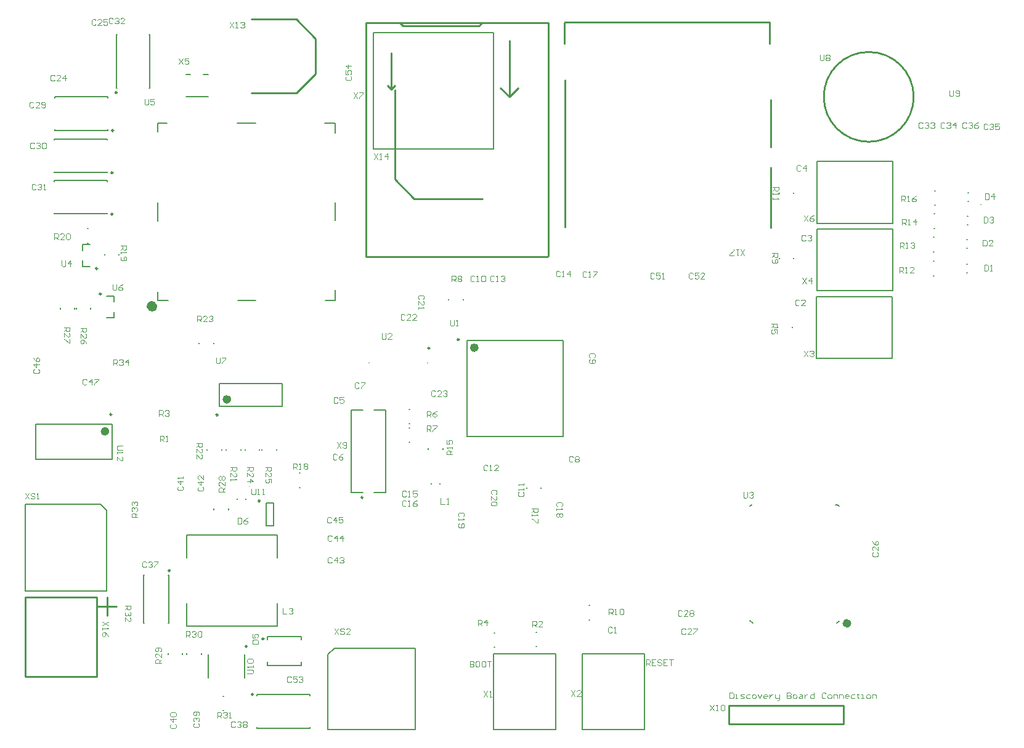
<source format=gto>
G04 Layer_Color=65535*
%FSLAX44Y44*%
%MOMM*%
G71*
G01*
G75*
%ADD54C,0.2500*%
%ADD73C,0.1000*%
%ADD74C,0.6000*%
%ADD75C,1.0000*%
%ADD76C,0.2540*%
%ADD77C,0.2000*%
D54*
X1531000Y1516000D02*
G03*
X1531000Y1516000I-1250J0D01*
G01*
X1604000Y858500D02*
G03*
X1604000Y858500I-1250J0D01*
G01*
X1718250Y688250D02*
G03*
X1718250Y688250I-1250J0D01*
G01*
X1732750Y764750D02*
G03*
X1732750Y764750I-1250J0D01*
G01*
X2001000Y1176250D02*
G03*
X2001000Y1176250I-1250J0D01*
G01*
X1504250Y1274000D02*
G03*
X1504250Y1274000I-1250J0D01*
G01*
X1669650Y1072750D02*
G03*
X1669650Y1072750I-1250J0D01*
G01*
X1709800Y754250D02*
G03*
X1709800Y754250I-1250J0D01*
G01*
X1727500Y954250D02*
G03*
X1727500Y954250I-1250J0D01*
G01*
X1960750Y1164500D02*
G03*
X1960750Y1164500I-1250J0D01*
G01*
X1526250Y1463750D02*
G03*
X1526250Y1463750I-1250J0D01*
G01*
X1525250Y1405750D02*
G03*
X1525250Y1405750I-1250J0D01*
G01*
Y1348750D02*
G03*
X1525250Y1348750I-1250J0D01*
G01*
X1509250Y1239000D02*
G03*
X1509250Y1239000I-1250J0D01*
G01*
X1523750Y1073250D02*
G03*
X1523750Y1073250I-1250J0D01*
G01*
X1869000Y959000D02*
G03*
X1869000Y959000I-1250J0D01*
G01*
D73*
X2716500Y1264000D02*
G03*
X2716500Y1264000I-500J0D01*
G01*
X2716500Y1298000D02*
G03*
X2716500Y1298000I-500J0D01*
G01*
X2717500Y1330000D02*
G03*
X2717500Y1330000I-500J0D01*
G01*
X2718500Y1362000D02*
G03*
X2718500Y1362000I-500J0D01*
G01*
X1712500Y974000D02*
G03*
X1712500Y974000I-500J0D01*
G01*
X1959500Y961000D02*
G03*
X1959500Y961000I-500J0D01*
G01*
X2373000Y690663D02*
Y682666D01*
X2376999D01*
X2378332Y683999D01*
Y689330D01*
X2376999Y690663D01*
X2373000D01*
X2380997Y682666D02*
X2383663D01*
X2382330D01*
Y687997D01*
X2380997D01*
X2387662Y682666D02*
X2391661D01*
X2392993Y683999D01*
X2391661Y685332D01*
X2388995D01*
X2387662Y686665D01*
X2388995Y687997D01*
X2392993D01*
X2400991D02*
X2396992D01*
X2395659Y686665D01*
Y683999D01*
X2396992Y682666D01*
X2400991D01*
X2404990D02*
X2407655D01*
X2408988Y683999D01*
Y686665D01*
X2407655Y687997D01*
X2404990D01*
X2403657Y686665D01*
Y683999D01*
X2404990Y682666D01*
X2411654Y687997D02*
X2414320Y682666D01*
X2416986Y687997D01*
X2423650Y682666D02*
X2420984D01*
X2419652Y683999D01*
Y686665D01*
X2420984Y687997D01*
X2423650D01*
X2424983Y686665D01*
Y685332D01*
X2419652D01*
X2427649Y687997D02*
Y682666D01*
Y685332D01*
X2428982Y686665D01*
X2430315Y687997D01*
X2431648D01*
X2435646D02*
Y683999D01*
X2436979Y682666D01*
X2440978D01*
Y681333D01*
X2439645Y680000D01*
X2438312D01*
X2440978Y682666D02*
Y687997D01*
X2451641Y690663D02*
Y682666D01*
X2455640D01*
X2456973Y683999D01*
Y685332D01*
X2455640Y686665D01*
X2451641D01*
X2455640D01*
X2456973Y687997D01*
Y689330D01*
X2455640Y690663D01*
X2451641D01*
X2460972Y682666D02*
X2463637D01*
X2464970Y683999D01*
Y686665D01*
X2463637Y687997D01*
X2460972D01*
X2459639Y686665D01*
Y683999D01*
X2460972Y682666D01*
X2468969Y687997D02*
X2471635D01*
X2472968Y686665D01*
Y682666D01*
X2468969D01*
X2467636Y683999D01*
X2468969Y685332D01*
X2472968D01*
X2475634Y687997D02*
Y682666D01*
Y685332D01*
X2476966Y686665D01*
X2478299Y687997D01*
X2479632D01*
X2488963Y690663D02*
Y682666D01*
X2484964D01*
X2483631Y683999D01*
Y686665D01*
X2484964Y687997D01*
X2488963D01*
X2504957Y689330D02*
X2503625Y690663D01*
X2500959D01*
X2499626Y689330D01*
Y683999D01*
X2500959Y682666D01*
X2503625D01*
X2504957Y683999D01*
X2508956Y682666D02*
X2511622D01*
X2512955Y683999D01*
Y686665D01*
X2511622Y687997D01*
X2508956D01*
X2507623Y686665D01*
Y683999D01*
X2508956Y682666D01*
X2515621D02*
Y687997D01*
X2519619D01*
X2520952Y686665D01*
Y682666D01*
X2523618D02*
Y687997D01*
X2527617D01*
X2528950Y686665D01*
Y682666D01*
X2535614D02*
X2532948D01*
X2531615Y683999D01*
Y686665D01*
X2532948Y687997D01*
X2535614D01*
X2536947Y686665D01*
Y685332D01*
X2531615D01*
X2544944Y687997D02*
X2540946D01*
X2539613Y686665D01*
Y683999D01*
X2540946Y682666D01*
X2544944D01*
X2548943Y689330D02*
Y687997D01*
X2547610D01*
X2550276D01*
X2548943D01*
Y683999D01*
X2550276Y682666D01*
X2554275D02*
X2556941D01*
X2555608D01*
Y687997D01*
X2554275D01*
X2562272Y682666D02*
X2564938D01*
X2566271Y683999D01*
Y686665D01*
X2564938Y687997D01*
X2562272D01*
X2560939Y686665D01*
Y683999D01*
X2562272Y682666D01*
X2568937D02*
Y687997D01*
X2572935D01*
X2574268Y686665D01*
Y682666D01*
X1559000Y932000D02*
X1551003D01*
Y935999D01*
X1552336Y937332D01*
X1555001D01*
X1556334Y935999D01*
Y932000D01*
Y934666D02*
X1559000Y937332D01*
X1552336Y939997D02*
X1551003Y941330D01*
Y943996D01*
X1552336Y945329D01*
X1553668D01*
X1555001Y943996D01*
Y942663D01*
Y943996D01*
X1556334Y945329D01*
X1557667D01*
X1559000Y943996D01*
Y941330D01*
X1557667Y939997D01*
X1552336Y947995D02*
X1551003Y949328D01*
Y951993D01*
X1552336Y953326D01*
X1553668D01*
X1555001Y951993D01*
Y950661D01*
Y951993D01*
X1556334Y953326D01*
X1557667D01*
X1559000Y951993D01*
Y949328D01*
X1557667Y947995D01*
X1526000Y1141000D02*
Y1148997D01*
X1529999D01*
X1531332Y1147664D01*
Y1144999D01*
X1529999Y1143666D01*
X1526000D01*
X1528666D02*
X1531332Y1141000D01*
X1533997Y1147664D02*
X1535330Y1148997D01*
X1537996D01*
X1539329Y1147664D01*
Y1146332D01*
X1537996Y1144999D01*
X1536663D01*
X1537996D01*
X1539329Y1143666D01*
Y1142333D01*
X1537996Y1141000D01*
X1535330D01*
X1533997Y1142333D01*
X1545994Y1141000D02*
Y1148997D01*
X1541995Y1144999D01*
X1547326D01*
X1830000Y778997D02*
X1835332Y771000D01*
Y778997D02*
X1830000Y771000D01*
X1843329Y777664D02*
X1841996Y778997D01*
X1839330D01*
X1837997Y777664D01*
Y776332D01*
X1839330Y774999D01*
X1841996D01*
X1843329Y773666D01*
Y772333D01*
X1841996Y771000D01*
X1839330D01*
X1837997Y772333D01*
X1851326Y771000D02*
X1845995D01*
X1851326Y776332D01*
Y777664D01*
X1849994Y778997D01*
X1847328D01*
X1845995Y777664D01*
X1525268Y1617278D02*
X1523935Y1618611D01*
X1521269D01*
X1519936Y1617278D01*
Y1611947D01*
X1521269Y1610614D01*
X1523935D01*
X1525268Y1611947D01*
X1527933Y1617278D02*
X1529266Y1618611D01*
X1531932D01*
X1533265Y1617278D01*
Y1615946D01*
X1531932Y1614613D01*
X1530599D01*
X1531932D01*
X1533265Y1613280D01*
Y1611947D01*
X1531932Y1610614D01*
X1529266D01*
X1527933Y1611947D01*
X1541262Y1610614D02*
X1535931D01*
X1541262Y1615946D01*
Y1617278D01*
X1539930Y1618611D01*
X1537264D01*
X1535931Y1617278D01*
X1419332Y1388665D02*
X1417999Y1389997D01*
X1415333D01*
X1414000Y1388665D01*
Y1383333D01*
X1415333Y1382000D01*
X1417999D01*
X1419332Y1383333D01*
X1421997Y1388665D02*
X1423330Y1389997D01*
X1425996D01*
X1427329Y1388665D01*
Y1387332D01*
X1425996Y1385999D01*
X1424663D01*
X1425996D01*
X1427329Y1384666D01*
Y1383333D01*
X1425996Y1382000D01*
X1423330D01*
X1421997Y1383333D01*
X1429995Y1382000D02*
X1432661D01*
X1431328D01*
Y1389997D01*
X1429995Y1388665D01*
X1417332Y1445665D02*
X1415999Y1446997D01*
X1413333D01*
X1412000Y1445665D01*
Y1440333D01*
X1413333Y1439000D01*
X1415999D01*
X1417332Y1440333D01*
X1419997Y1445665D02*
X1421330Y1446997D01*
X1423996D01*
X1425329Y1445665D01*
Y1444332D01*
X1423996Y1442999D01*
X1422663D01*
X1423996D01*
X1425329Y1441666D01*
Y1440333D01*
X1423996Y1439000D01*
X1421330D01*
X1419997Y1440333D01*
X1427995Y1445665D02*
X1429328Y1446997D01*
X1431994D01*
X1433326Y1445665D01*
Y1440333D01*
X1431994Y1439000D01*
X1429328D01*
X1427995Y1440333D01*
Y1445665D01*
X1416332Y1501664D02*
X1414999Y1502997D01*
X1412333D01*
X1411000Y1501664D01*
Y1496333D01*
X1412333Y1495000D01*
X1414999D01*
X1416332Y1496333D01*
X1424329Y1495000D02*
X1418997D01*
X1424329Y1500332D01*
Y1501664D01*
X1422996Y1502997D01*
X1420330D01*
X1418997Y1501664D01*
X1426995Y1496333D02*
X1428328Y1495000D01*
X1430994D01*
X1432326Y1496333D01*
Y1501664D01*
X1430994Y1502997D01*
X1428328D01*
X1426995Y1501664D01*
Y1500332D01*
X1428328Y1498999D01*
X1432326D01*
X2322332Y1266665D02*
X2320999Y1267997D01*
X2318333D01*
X2317000Y1266665D01*
Y1261333D01*
X2318333Y1260000D01*
X2320999D01*
X2322332Y1261333D01*
X2330329Y1267997D02*
X2324997D01*
Y1263999D01*
X2327663Y1265332D01*
X2328996D01*
X2330329Y1263999D01*
Y1261333D01*
X2328996Y1260000D01*
X2326330D01*
X2324997Y1261333D01*
X2338326Y1260000D02*
X2332995D01*
X2338326Y1265332D01*
Y1266665D01*
X2336994Y1267997D01*
X2334328D01*
X2332995Y1266665D01*
X2269332D02*
X2267999Y1267997D01*
X2265333D01*
X2264000Y1266665D01*
Y1261333D01*
X2265333Y1260000D01*
X2267999D01*
X2269332Y1261333D01*
X2277329Y1267997D02*
X2271997D01*
Y1263999D01*
X2274663Y1265332D01*
X2275996D01*
X2277329Y1263999D01*
Y1261333D01*
X2275996Y1260000D01*
X2273330D01*
X2271997Y1261333D01*
X2279995Y1260000D02*
X2282661D01*
X2281328D01*
Y1267997D01*
X2279995Y1266665D01*
X1542000Y810000D02*
X1549997D01*
Y806001D01*
X1548665Y804668D01*
X1545999D01*
X1544666Y806001D01*
Y810000D01*
Y807334D02*
X1542000Y804668D01*
X1548665Y802003D02*
X1549997Y800670D01*
Y798004D01*
X1548665Y796671D01*
X1547332D01*
X1545999Y798004D01*
Y799337D01*
Y798004D01*
X1544666Y796671D01*
X1543333D01*
X1542000Y798004D01*
Y800670D01*
X1543333Y802003D01*
X1542000Y788674D02*
Y794005D01*
X1547332Y788674D01*
X1548665D01*
X1549997Y790006D01*
Y792672D01*
X1548665Y794005D01*
X2211332Y779665D02*
X2209999Y780997D01*
X2207333D01*
X2206000Y779665D01*
Y774333D01*
X2207333Y773000D01*
X2209999D01*
X2211332Y774333D01*
X2213997Y773000D02*
X2216663D01*
X2215330D01*
Y780997D01*
X2213997Y779665D01*
X2468624Y1229675D02*
X2467291Y1231007D01*
X2464625D01*
X2463292Y1229675D01*
Y1224343D01*
X2464625Y1223010D01*
X2467291D01*
X2468624Y1224343D01*
X2476621Y1223010D02*
X2471289D01*
X2476621Y1228342D01*
Y1229675D01*
X2475288Y1231007D01*
X2472622D01*
X2471289Y1229675D01*
X2477332Y1318665D02*
X2475999Y1319997D01*
X2473333D01*
X2472000Y1318665D01*
Y1313333D01*
X2473333Y1312000D01*
X2475999D01*
X2477332Y1313333D01*
X2479997Y1318665D02*
X2481330Y1319997D01*
X2483996D01*
X2485329Y1318665D01*
Y1317332D01*
X2483996Y1315999D01*
X2482663D01*
X2483996D01*
X2485329Y1314666D01*
Y1313333D01*
X2483996Y1312000D01*
X2481330D01*
X2479997Y1313333D01*
X2470656Y1414586D02*
X2469323Y1415919D01*
X2466657D01*
X2465324Y1414586D01*
Y1409255D01*
X2466657Y1407922D01*
X2469323D01*
X2470656Y1409255D01*
X2477320Y1407922D02*
Y1415919D01*
X2473321Y1411921D01*
X2478653D01*
X1834332Y1095665D02*
X1832999Y1096997D01*
X1830333D01*
X1829000Y1095665D01*
Y1090333D01*
X1830333Y1089000D01*
X1832999D01*
X1834332Y1090333D01*
X1842329Y1096997D02*
X1836997D01*
Y1092999D01*
X1839663Y1094332D01*
X1840996D01*
X1842329Y1092999D01*
Y1090333D01*
X1840996Y1089000D01*
X1838330D01*
X1836997Y1090333D01*
X1833332Y1017664D02*
X1831999Y1018997D01*
X1829333D01*
X1828000Y1017664D01*
Y1012333D01*
X1829333Y1011000D01*
X1831999D01*
X1833332Y1012333D01*
X1841329Y1018997D02*
X1838663Y1017664D01*
X1835997Y1014999D01*
Y1012333D01*
X1837330Y1011000D01*
X1839996D01*
X1841329Y1012333D01*
Y1013666D01*
X1839996Y1014999D01*
X1835997D01*
X1863332Y1115665D02*
X1861999Y1116997D01*
X1859333D01*
X1858000Y1115665D01*
Y1110333D01*
X1859333Y1109000D01*
X1861999D01*
X1863332Y1110333D01*
X1865997Y1116997D02*
X1871329D01*
Y1115665D01*
X1865997Y1110333D01*
Y1109000D01*
X2157728Y1014537D02*
X2156395Y1015869D01*
X2153729D01*
X2152396Y1014537D01*
Y1009205D01*
X2153729Y1007872D01*
X2156395D01*
X2157728Y1009205D01*
X2160393Y1014537D02*
X2161726Y1015869D01*
X2164392D01*
X2165725Y1014537D01*
Y1013204D01*
X2164392Y1011871D01*
X2165725Y1010538D01*
Y1009205D01*
X2164392Y1007872D01*
X2161726D01*
X2160393Y1009205D01*
Y1010538D01*
X2161726Y1011871D01*
X2160393Y1013204D01*
Y1014537D01*
X2161726Y1011871D02*
X2164392D01*
X2186664Y1151668D02*
X2187997Y1153001D01*
Y1155667D01*
X2186664Y1157000D01*
X2181333D01*
X2180000Y1155667D01*
Y1153001D01*
X2181333Y1151668D01*
Y1149003D02*
X2180000Y1147670D01*
Y1145004D01*
X2181333Y1143671D01*
X2186664D01*
X2187997Y1145004D01*
Y1147670D01*
X2186664Y1149003D01*
X2185332D01*
X2183999Y1147670D01*
Y1143671D01*
X2022332Y1262664D02*
X2020999Y1263997D01*
X2018333D01*
X2017000Y1262664D01*
Y1257333D01*
X2018333Y1256000D01*
X2020999D01*
X2022332Y1257333D01*
X2024997Y1256000D02*
X2027663D01*
X2026330D01*
Y1263997D01*
X2024997Y1262664D01*
X2031662D02*
X2032995Y1263997D01*
X2035661D01*
X2036994Y1262664D01*
Y1257333D01*
X2035661Y1256000D01*
X2032995D01*
X2031662Y1257333D01*
Y1262664D01*
X2083336Y966332D02*
X2082003Y964999D01*
Y962333D01*
X2083336Y961000D01*
X2088667D01*
X2090000Y962333D01*
Y964999D01*
X2088667Y966332D01*
X2090000Y968997D02*
Y971663D01*
Y970330D01*
X2082003D01*
X2083336Y968997D01*
X2090000Y975662D02*
Y978328D01*
Y976995D01*
X2082003D01*
X2083336Y975662D01*
X2040332Y1002664D02*
X2038999Y1003997D01*
X2036333D01*
X2035000Y1002664D01*
Y997333D01*
X2036333Y996000D01*
X2038999D01*
X2040332Y997333D01*
X2042997Y996000D02*
X2045663D01*
X2044330D01*
Y1003997D01*
X2042997Y1002664D01*
X2054994Y996000D02*
X2049662D01*
X2054994Y1001332D01*
Y1002664D01*
X2053661Y1003997D01*
X2050995D01*
X2049662Y1002664D01*
X2049332Y1262664D02*
X2047999Y1263997D01*
X2045333D01*
X2044000Y1262664D01*
Y1257333D01*
X2045333Y1256000D01*
X2047999D01*
X2049332Y1257333D01*
X2051997Y1256000D02*
X2054663D01*
X2053330D01*
Y1263997D01*
X2051997Y1262664D01*
X2058662D02*
X2059995Y1263997D01*
X2062661D01*
X2063994Y1262664D01*
Y1261332D01*
X2062661Y1259999D01*
X2061328D01*
X2062661D01*
X2063994Y1258666D01*
Y1257333D01*
X2062661Y1256000D01*
X2059995D01*
X2058662Y1257333D01*
X2139694Y1269298D02*
X2138361Y1270631D01*
X2135695D01*
X2134362Y1269298D01*
Y1263967D01*
X2135695Y1262634D01*
X2138361D01*
X2139694Y1263967D01*
X2142359Y1262634D02*
X2145025D01*
X2143692D01*
Y1270631D01*
X2142359Y1269298D01*
X2153023Y1262634D02*
Y1270631D01*
X2149024Y1266633D01*
X2154356D01*
X1928332Y966665D02*
X1926999Y967997D01*
X1924333D01*
X1923000Y966665D01*
Y961333D01*
X1924333Y960000D01*
X1926999D01*
X1928332Y961333D01*
X1930997Y960000D02*
X1933663D01*
X1932330D01*
Y967997D01*
X1930997Y966665D01*
X1942993Y967997D02*
X1937662D01*
Y963999D01*
X1940328Y965332D01*
X1941661D01*
X1942993Y963999D01*
Y961333D01*
X1941661Y960000D01*
X1938995D01*
X1937662Y961333D01*
X1928332Y953664D02*
X1926999Y954997D01*
X1924333D01*
X1923000Y953664D01*
Y948333D01*
X1924333Y947000D01*
X1926999D01*
X1928332Y948333D01*
X1930997Y947000D02*
X1933663D01*
X1932330D01*
Y954997D01*
X1930997Y953664D01*
X1942993Y954997D02*
X1940328Y953664D01*
X1937662Y950999D01*
Y948333D01*
X1938995Y947000D01*
X1941661D01*
X1942993Y948333D01*
Y949666D01*
X1941661Y950999D01*
X1937662D01*
X2176332Y1268664D02*
X2174999Y1269997D01*
X2172333D01*
X2171000Y1268664D01*
Y1263333D01*
X2172333Y1262000D01*
X2174999D01*
X2176332Y1263333D01*
X2178997Y1262000D02*
X2181663D01*
X2180330D01*
Y1269997D01*
X2178997Y1268664D01*
X2185662Y1269997D02*
X2190994D01*
Y1268664D01*
X2185662Y1263333D01*
Y1262000D01*
X2141664Y946668D02*
X2142997Y948001D01*
Y950667D01*
X2141664Y952000D01*
X2136333D01*
X2135000Y950667D01*
Y948001D01*
X2136333Y946668D01*
X2135000Y944003D02*
Y941337D01*
Y942670D01*
X2142997D01*
X2141664Y944003D01*
Y937338D02*
X2142997Y936005D01*
Y933339D01*
X2141664Y932006D01*
X2140332D01*
X2138999Y933339D01*
X2137666Y932006D01*
X2136333D01*
X2135000Y933339D01*
Y936005D01*
X2136333Y937338D01*
X2137666D01*
X2138999Y936005D01*
X2140332Y937338D01*
X2141664D01*
X2138999Y936005D02*
Y933339D01*
X2006664Y932668D02*
X2007997Y934001D01*
Y936667D01*
X2006664Y938000D01*
X2001333D01*
X2000000Y936667D01*
Y934001D01*
X2001333Y932668D01*
X2000000Y930003D02*
Y927337D01*
Y928670D01*
X2007997D01*
X2006664Y930003D01*
X2001333Y923338D02*
X2000000Y922005D01*
Y919339D01*
X2001333Y918006D01*
X2006664D01*
X2007997Y919339D01*
Y922005D01*
X2006664Y923338D01*
X2005332D01*
X2003999Y922005D01*
Y918006D01*
X2051664Y963668D02*
X2052997Y965001D01*
Y967667D01*
X2051664Y969000D01*
X2046333D01*
X2045000Y967667D01*
Y965001D01*
X2046333Y963668D01*
X2045000Y955671D02*
Y961003D01*
X2050332Y955671D01*
X2051664D01*
X2052997Y957004D01*
Y959670D01*
X2051664Y961003D01*
Y953005D02*
X2052997Y951672D01*
Y949006D01*
X2051664Y947673D01*
X2046333D01*
X2045000Y949006D01*
Y951672D01*
X2046333Y953005D01*
X2051664D01*
X1951664Y1231668D02*
X1952997Y1233001D01*
Y1235667D01*
X1951664Y1237000D01*
X1946333D01*
X1945000Y1235667D01*
Y1233001D01*
X1946333Y1231668D01*
X1945000Y1223671D02*
Y1229003D01*
X1950332Y1223671D01*
X1951664D01*
X1952997Y1225004D01*
Y1227670D01*
X1951664Y1229003D01*
X1945000Y1221005D02*
Y1218339D01*
Y1219672D01*
X1952997D01*
X1951664Y1221005D01*
X1926332Y1209665D02*
X1924999Y1210997D01*
X1922333D01*
X1921000Y1209665D01*
Y1204333D01*
X1922333Y1203000D01*
X1924999D01*
X1926332Y1204333D01*
X1934329Y1203000D02*
X1928997D01*
X1934329Y1208332D01*
Y1209665D01*
X1932996Y1210997D01*
X1930330D01*
X1928997Y1209665D01*
X1942326Y1203000D02*
X1936995D01*
X1942326Y1208332D01*
Y1209665D01*
X1940994Y1210997D01*
X1938328D01*
X1936995Y1209665D01*
X1968332Y1104665D02*
X1966999Y1105997D01*
X1964333D01*
X1963000Y1104665D01*
Y1099333D01*
X1964333Y1098000D01*
X1966999D01*
X1968332Y1099333D01*
X1976329Y1098000D02*
X1970997D01*
X1976329Y1103332D01*
Y1104665D01*
X1974996Y1105997D01*
X1972330D01*
X1970997Y1104665D01*
X1978995D02*
X1980328Y1105997D01*
X1982993D01*
X1984326Y1104665D01*
Y1103332D01*
X1982993Y1101999D01*
X1981661D01*
X1982993D01*
X1984326Y1100666D01*
Y1099333D01*
X1982993Y1098000D01*
X1980328D01*
X1978995Y1099333D01*
X2570335Y883332D02*
X2569003Y881999D01*
Y879333D01*
X2570335Y878000D01*
X2575667D01*
X2577000Y879333D01*
Y881999D01*
X2575667Y883332D01*
X2577000Y891329D02*
Y885997D01*
X2571668Y891329D01*
X2570335D01*
X2569003Y889996D01*
Y887330D01*
X2570335Y885997D01*
X2569003Y899326D02*
X2570335Y896661D01*
X2573001Y893995D01*
X2575667D01*
X2577000Y895328D01*
Y897994D01*
X2575667Y899326D01*
X2574334D01*
X2573001Y897994D01*
Y893995D01*
X2312332Y777664D02*
X2310999Y778997D01*
X2308333D01*
X2307000Y777664D01*
Y772333D01*
X2308333Y771000D01*
X2310999D01*
X2312332Y772333D01*
X2320329Y771000D02*
X2314997D01*
X2320329Y776332D01*
Y777664D01*
X2318996Y778997D01*
X2316330D01*
X2314997Y777664D01*
X2322995Y778997D02*
X2328327D01*
Y777664D01*
X2322995Y772333D01*
Y771000D01*
X2307332Y802664D02*
X2305999Y803997D01*
X2303333D01*
X2302000Y802664D01*
Y797333D01*
X2303333Y796000D01*
X2305999D01*
X2307332Y797333D01*
X2315329Y796000D02*
X2309997D01*
X2315329Y801332D01*
Y802664D01*
X2313996Y803997D01*
X2311330D01*
X2309997Y802664D01*
X2317995D02*
X2319328Y803997D01*
X2321994D01*
X2323326Y802664D01*
Y801332D01*
X2321994Y799999D01*
X2323326Y798666D01*
Y797333D01*
X2321994Y796000D01*
X2319328D01*
X2317995Y797333D01*
Y798666D01*
X2319328Y799999D01*
X2317995Y801332D01*
Y802664D01*
X2319328Y799999D02*
X2321994D01*
X2638332Y1473665D02*
X2636999Y1474997D01*
X2634333D01*
X2633000Y1473665D01*
Y1468333D01*
X2634333Y1467000D01*
X2636999D01*
X2638332Y1468333D01*
X2640997Y1473665D02*
X2642330Y1474997D01*
X2644996D01*
X2646329Y1473665D01*
Y1472332D01*
X2644996Y1470999D01*
X2643663D01*
X2644996D01*
X2646329Y1469666D01*
Y1468333D01*
X2644996Y1467000D01*
X2642330D01*
X2640997Y1468333D01*
X2648995Y1473665D02*
X2650328Y1474997D01*
X2652993D01*
X2654326Y1473665D01*
Y1472332D01*
X2652993Y1470999D01*
X2651660D01*
X2652993D01*
X2654326Y1469666D01*
Y1468333D01*
X2652993Y1467000D01*
X2650328D01*
X2648995Y1468333D01*
X2668332Y1473665D02*
X2666999Y1474997D01*
X2664333D01*
X2663000Y1473665D01*
Y1468333D01*
X2664333Y1467000D01*
X2666999D01*
X2668332Y1468333D01*
X2670997Y1473665D02*
X2672330Y1474997D01*
X2674996D01*
X2676329Y1473665D01*
Y1472332D01*
X2674996Y1470999D01*
X2673663D01*
X2674996D01*
X2676329Y1469666D01*
Y1468333D01*
X2674996Y1467000D01*
X2672330D01*
X2670997Y1468333D01*
X2682993Y1467000D02*
Y1474997D01*
X2678995Y1470999D01*
X2684326D01*
X2727332Y1471664D02*
X2725999Y1472997D01*
X2723333D01*
X2722000Y1471664D01*
Y1466333D01*
X2723333Y1465000D01*
X2725999D01*
X2727332Y1466333D01*
X2729997Y1471664D02*
X2731330Y1472997D01*
X2733996D01*
X2735329Y1471664D01*
Y1470332D01*
X2733996Y1468999D01*
X2732663D01*
X2733996D01*
X2735329Y1467666D01*
Y1466333D01*
X2733996Y1465000D01*
X2731330D01*
X2729997Y1466333D01*
X2743326Y1472997D02*
X2737995D01*
Y1468999D01*
X2740661Y1470332D01*
X2741994D01*
X2743326Y1468999D01*
Y1466333D01*
X2741994Y1465000D01*
X2739328D01*
X2737995Y1466333D01*
X2698332Y1473665D02*
X2696999Y1474997D01*
X2694333D01*
X2693000Y1473665D01*
Y1468333D01*
X2694333Y1467000D01*
X2696999D01*
X2698332Y1468333D01*
X2700997Y1473665D02*
X2702330Y1474997D01*
X2704996D01*
X2706329Y1473665D01*
Y1472332D01*
X2704996Y1470999D01*
X2703663D01*
X2704996D01*
X2706329Y1469666D01*
Y1468333D01*
X2704996Y1467000D01*
X2702330D01*
X2700997Y1468333D01*
X2714326Y1474997D02*
X2711660Y1473665D01*
X2708995Y1470999D01*
Y1468333D01*
X2710328Y1467000D01*
X2712993D01*
X2714326Y1468333D01*
Y1469666D01*
X2712993Y1470999D01*
X2708995D01*
X1571332Y869665D02*
X1569999Y870997D01*
X1567333D01*
X1566000Y869665D01*
Y864333D01*
X1567333Y863000D01*
X1569999D01*
X1571332Y864333D01*
X1573997Y869665D02*
X1575330Y870997D01*
X1577996D01*
X1579329Y869665D01*
Y868332D01*
X1577996Y866999D01*
X1576663D01*
X1577996D01*
X1579329Y865666D01*
Y864333D01*
X1577996Y863000D01*
X1575330D01*
X1573997Y864333D01*
X1581995Y870997D02*
X1587326D01*
Y869665D01*
X1581995Y864333D01*
Y863000D01*
X1693332Y649665D02*
X1691999Y650997D01*
X1689333D01*
X1688000Y649665D01*
Y644333D01*
X1689333Y643000D01*
X1691999D01*
X1693332Y644333D01*
X1695997Y649665D02*
X1697330Y650997D01*
X1699996D01*
X1701329Y649665D01*
Y648332D01*
X1699996Y646999D01*
X1698663D01*
X1699996D01*
X1701329Y645666D01*
Y644333D01*
X1699996Y643000D01*
X1697330D01*
X1695997Y644333D01*
X1703995Y649665D02*
X1705328Y650997D01*
X1707994D01*
X1709326Y649665D01*
Y648332D01*
X1707994Y646999D01*
X1709326Y645666D01*
Y644333D01*
X1707994Y643000D01*
X1705328D01*
X1703995Y644333D01*
Y645666D01*
X1705328Y646999D01*
X1703995Y648332D01*
Y649665D01*
X1705328Y646999D02*
X1707994D01*
X1637336Y648332D02*
X1636003Y646999D01*
Y644333D01*
X1637336Y643000D01*
X1642667D01*
X1644000Y644333D01*
Y646999D01*
X1642667Y648332D01*
X1637336Y650997D02*
X1636003Y652330D01*
Y654996D01*
X1637336Y656329D01*
X1638668D01*
X1640001Y654996D01*
Y653663D01*
Y654996D01*
X1641334Y656329D01*
X1642667D01*
X1644000Y654996D01*
Y652330D01*
X1642667Y650997D01*
Y658995D02*
X1644000Y660328D01*
Y662993D01*
X1642667Y664326D01*
X1637336D01*
X1636003Y662993D01*
Y660328D01*
X1637336Y658995D01*
X1638668D01*
X1640001Y660328D01*
Y664326D01*
X1605336Y647332D02*
X1604003Y645999D01*
Y643333D01*
X1605336Y642000D01*
X1610667D01*
X1612000Y643333D01*
Y645999D01*
X1610667Y647332D01*
X1612000Y653996D02*
X1604003D01*
X1608001Y649997D01*
Y655329D01*
X1605336Y657995D02*
X1604003Y659328D01*
Y661993D01*
X1605336Y663326D01*
X1610667D01*
X1612000Y661993D01*
Y659328D01*
X1610667Y657995D01*
X1605336D01*
X1615336Y974332D02*
X1614003Y972999D01*
Y970333D01*
X1615336Y969000D01*
X1620667D01*
X1622000Y970333D01*
Y972999D01*
X1620667Y974332D01*
X1622000Y980996D02*
X1614003D01*
X1618001Y976997D01*
Y982329D01*
X1622000Y984995D02*
Y987661D01*
Y986328D01*
X1614003D01*
X1615336Y984995D01*
X1643336Y973332D02*
X1642003Y971999D01*
Y969333D01*
X1643336Y968000D01*
X1648667D01*
X1650000Y969333D01*
Y971999D01*
X1648667Y973332D01*
X1650000Y979996D02*
X1642003D01*
X1646001Y975997D01*
Y981329D01*
X1650000Y989326D02*
Y983995D01*
X1644668Y989326D01*
X1643336D01*
X1642003Y987994D01*
Y985328D01*
X1643336Y983995D01*
X1826332Y875665D02*
X1824999Y876997D01*
X1822333D01*
X1821000Y875665D01*
Y870333D01*
X1822333Y869000D01*
X1824999D01*
X1826332Y870333D01*
X1832996Y869000D02*
Y876997D01*
X1828997Y872999D01*
X1834329D01*
X1836995Y875665D02*
X1838328Y876997D01*
X1840993D01*
X1842326Y875665D01*
Y874332D01*
X1840993Y872999D01*
X1839661D01*
X1840993D01*
X1842326Y871666D01*
Y870333D01*
X1840993Y869000D01*
X1838328D01*
X1836995Y870333D01*
X1826332Y905665D02*
X1824999Y906997D01*
X1822333D01*
X1821000Y905665D01*
Y900333D01*
X1822333Y899000D01*
X1824999D01*
X1826332Y900333D01*
X1832996Y899000D02*
Y906997D01*
X1828997Y902999D01*
X1834329D01*
X1840993Y899000D02*
Y906997D01*
X1836995Y902999D01*
X1842326D01*
X1825332Y930665D02*
X1823999Y931997D01*
X1821333D01*
X1820000Y930665D01*
Y925333D01*
X1821333Y924000D01*
X1823999D01*
X1825332Y925333D01*
X1831996Y924000D02*
Y931997D01*
X1827997Y927999D01*
X1833329D01*
X1841326Y931997D02*
X1835995D01*
Y927999D01*
X1838661Y929332D01*
X1839994D01*
X1841326Y927999D01*
Y925333D01*
X1839994Y924000D01*
X1837328D01*
X1835995Y925333D01*
X1417336Y1135332D02*
X1416003Y1133999D01*
Y1131333D01*
X1417336Y1130000D01*
X1422667D01*
X1424000Y1131333D01*
Y1133999D01*
X1422667Y1135332D01*
X1424000Y1141996D02*
X1416003D01*
X1420001Y1137997D01*
Y1143329D01*
X1416003Y1151327D02*
X1417336Y1148661D01*
X1420001Y1145995D01*
X1422667D01*
X1424000Y1147328D01*
Y1149994D01*
X1422667Y1151327D01*
X1421334D01*
X1420001Y1149994D01*
Y1145995D01*
X2723000Y1278997D02*
Y1271000D01*
X2726999D01*
X2728332Y1272333D01*
Y1277664D01*
X2726999Y1278997D01*
X2723000D01*
X2730997Y1271000D02*
X2733663D01*
X2732330D01*
Y1278997D01*
X2730997Y1277664D01*
X2721000Y1312997D02*
Y1305000D01*
X2724999D01*
X2726331Y1306333D01*
Y1311664D01*
X2724999Y1312997D01*
X2721000D01*
X2734329Y1305000D02*
X2728997D01*
X2734329Y1310332D01*
Y1311664D01*
X2732996Y1312997D01*
X2730330D01*
X2728997Y1311664D01*
X2722000Y1344997D02*
Y1337000D01*
X2725999D01*
X2727332Y1338333D01*
Y1343665D01*
X2725999Y1344997D01*
X2722000D01*
X2729997Y1343665D02*
X2731330Y1344997D01*
X2733996D01*
X2735329Y1343665D01*
Y1342332D01*
X2733996Y1340999D01*
X2732663D01*
X2733996D01*
X2735329Y1339666D01*
Y1338333D01*
X2733996Y1337000D01*
X2731330D01*
X2729997Y1338333D01*
X2724000Y1376997D02*
Y1369000D01*
X2727999D01*
X2729332Y1370333D01*
Y1375665D01*
X2727999Y1376997D01*
X2724000D01*
X2735996Y1369000D02*
Y1376997D01*
X2731997Y1372999D01*
X2737329D01*
X1717003Y758000D02*
X1725000D01*
Y761999D01*
X1723667Y763332D01*
X1718336D01*
X1717003Y761999D01*
Y758000D01*
Y771329D02*
Y765997D01*
X1721001D01*
X1719668Y768663D01*
Y769996D01*
X1721001Y771329D01*
X1723667D01*
X1725000Y769996D01*
Y767330D01*
X1723667Y765997D01*
X1697000Y930997D02*
Y923000D01*
X1700999D01*
X1702332Y924333D01*
Y929665D01*
X1700999Y930997D01*
X1697000D01*
X1710329D02*
X1707663Y929665D01*
X1704997Y926999D01*
Y924333D01*
X1706330Y923000D01*
X1708996D01*
X1710329Y924333D01*
Y925666D01*
X1708996Y926999D01*
X1704997D01*
X1976000Y957997D02*
Y950000D01*
X1981332D01*
X1983997D02*
X1986663D01*
X1985330D01*
Y957997D01*
X1983997Y956665D01*
X1759000Y806997D02*
Y799000D01*
X1764332D01*
X1766997Y805665D02*
X1768330Y806997D01*
X1770996D01*
X1772329Y805665D01*
Y804332D01*
X1770996Y802999D01*
X1769663D01*
X1770996D01*
X1772329Y801666D01*
Y800333D01*
X1770996Y799000D01*
X1768330D01*
X1766997Y800333D01*
X1590000Y1036000D02*
Y1043997D01*
X1593999D01*
X1595332Y1042664D01*
Y1039999D01*
X1593999Y1038666D01*
X1590000D01*
X1592666D02*
X1595332Y1036000D01*
X1597997D02*
X1600663D01*
X1599330D01*
Y1043997D01*
X1597997Y1042664D01*
X2102000Y781000D02*
Y788997D01*
X2105999D01*
X2107332Y787664D01*
Y784999D01*
X2105999Y783666D01*
X2102000D01*
X2104666D02*
X2107332Y781000D01*
X2115329D02*
X2109997D01*
X2115329Y786332D01*
Y787664D01*
X2113996Y788997D01*
X2111330D01*
X2109997Y787664D01*
X1589000Y1071000D02*
Y1078997D01*
X1592999D01*
X1594332Y1077664D01*
Y1074999D01*
X1592999Y1073666D01*
X1589000D01*
X1591666D02*
X1594332Y1071000D01*
X1596997Y1077664D02*
X1598330Y1078997D01*
X1600996D01*
X1602329Y1077664D01*
Y1076332D01*
X1600996Y1074999D01*
X1599663D01*
X1600996D01*
X1602329Y1073666D01*
Y1072333D01*
X1600996Y1071000D01*
X1598330D01*
X1596997Y1072333D01*
X2430000Y1198000D02*
X2437997D01*
Y1194001D01*
X2436664Y1192668D01*
X2433999D01*
X2432666Y1194001D01*
Y1198000D01*
Y1195334D02*
X2430000Y1192668D01*
X2437997Y1184671D02*
Y1190003D01*
X2433999D01*
X2435332Y1187337D01*
Y1186004D01*
X2433999Y1184671D01*
X2431333D01*
X2430000Y1186004D01*
Y1188670D01*
X2431333Y1190003D01*
X1957000Y1070000D02*
Y1077997D01*
X1960999D01*
X1962332Y1076665D01*
Y1073999D01*
X1960999Y1072666D01*
X1957000D01*
X1959666D02*
X1962332Y1070000D01*
X1970329Y1077997D02*
X1967663Y1076665D01*
X1964997Y1073999D01*
Y1071333D01*
X1966330Y1070000D01*
X1968996D01*
X1970329Y1071333D01*
Y1072666D01*
X1968996Y1073999D01*
X1964997D01*
X1957000Y1050000D02*
Y1057997D01*
X1960999D01*
X1962332Y1056665D01*
Y1053999D01*
X1960999Y1052666D01*
X1957000D01*
X1959666D02*
X1962332Y1050000D01*
X1964997Y1057997D02*
X1970329D01*
Y1056665D01*
X1964997Y1051333D01*
Y1050000D01*
X1991000Y1256000D02*
Y1263997D01*
X1994999D01*
X1996332Y1262664D01*
Y1259999D01*
X1994999Y1258666D01*
X1991000D01*
X1993666D02*
X1996332Y1256000D01*
X1998997Y1262664D02*
X2000330Y1263997D01*
X2002996D01*
X2004329Y1262664D01*
Y1261332D01*
X2002996Y1259999D01*
X2004329Y1258666D01*
Y1257333D01*
X2002996Y1256000D01*
X2000330D01*
X1998997Y1257333D01*
Y1258666D01*
X2000330Y1259999D01*
X1998997Y1261332D01*
Y1262664D01*
X2000330Y1259999D02*
X2002996D01*
X2431000Y1295000D02*
X2438997D01*
Y1291001D01*
X2437664Y1289669D01*
X2434999D01*
X2433666Y1291001D01*
Y1295000D01*
Y1292334D02*
X2431000Y1289669D01*
X2432333Y1287003D02*
X2431000Y1285670D01*
Y1283004D01*
X2432333Y1281671D01*
X2437664D01*
X2438997Y1283004D01*
Y1285670D01*
X2437664Y1287003D01*
X2436332D01*
X2434999Y1285670D01*
Y1281671D01*
X2207000Y798000D02*
Y805997D01*
X2210999D01*
X2212332Y804665D01*
Y801999D01*
X2210999Y800666D01*
X2207000D01*
X2209666D02*
X2212332Y798000D01*
X2214997D02*
X2217663D01*
X2216330D01*
Y805997D01*
X2214997Y804665D01*
X2221662D02*
X2222995Y805997D01*
X2225661D01*
X2226994Y804665D01*
Y799333D01*
X2225661Y798000D01*
X2222995D01*
X2221662Y799333D01*
Y804665D01*
X2432000Y1386000D02*
X2439997D01*
Y1382001D01*
X2438665Y1380668D01*
X2435999D01*
X2434666Y1382001D01*
Y1386000D01*
Y1383334D02*
X2432000Y1380668D01*
Y1378002D02*
Y1375337D01*
Y1376670D01*
X2439997D01*
X2438665Y1378002D01*
X2432000Y1371338D02*
Y1368672D01*
Y1370005D01*
X2439997D01*
X2438665Y1371338D01*
X2606000Y1268000D02*
Y1275997D01*
X2609999D01*
X2611331Y1274665D01*
Y1271999D01*
X2609999Y1270666D01*
X2606000D01*
X2608666D02*
X2611331Y1268000D01*
X2613997D02*
X2616663D01*
X2615330D01*
Y1275997D01*
X2613997Y1274665D01*
X2625994Y1268000D02*
X2620662D01*
X2625994Y1273332D01*
Y1274665D01*
X2624661Y1275997D01*
X2621995D01*
X2620662Y1274665D01*
X2607000Y1302000D02*
Y1309997D01*
X2610999D01*
X2612332Y1308665D01*
Y1305999D01*
X2610999Y1304666D01*
X2607000D01*
X2609666D02*
X2612332Y1302000D01*
X2614997D02*
X2617663D01*
X2616330D01*
Y1309997D01*
X2614997Y1308665D01*
X2621662D02*
X2622995Y1309997D01*
X2625661D01*
X2626993Y1308665D01*
Y1307332D01*
X2625661Y1305999D01*
X2624328D01*
X2625661D01*
X2626993Y1304666D01*
Y1303333D01*
X2625661Y1302000D01*
X2622995D01*
X2621662Y1303333D01*
X2610000Y1334000D02*
Y1341997D01*
X2613999D01*
X2615332Y1340665D01*
Y1337999D01*
X2613999Y1336666D01*
X2610000D01*
X2612666D02*
X2615332Y1334000D01*
X2617997D02*
X2620663D01*
X2619330D01*
Y1341997D01*
X2617997Y1340665D01*
X2628661Y1334000D02*
Y1341997D01*
X2624662Y1337999D01*
X2629994D01*
X1992000Y1018000D02*
X1984003D01*
Y1021999D01*
X1985336Y1023332D01*
X1988001D01*
X1989334Y1021999D01*
Y1018000D01*
Y1020666D02*
X1992000Y1023332D01*
Y1025997D02*
Y1028663D01*
Y1027330D01*
X1984003D01*
X1985336Y1025997D01*
X1984003Y1037994D02*
Y1032662D01*
X1988001D01*
X1986668Y1035328D01*
Y1036661D01*
X1988001Y1037994D01*
X1990667D01*
X1992000Y1036661D01*
Y1033995D01*
X1990667Y1032662D01*
X2609000Y1366000D02*
Y1373997D01*
X2612999D01*
X2614332Y1372664D01*
Y1369999D01*
X2612999Y1368666D01*
X2609000D01*
X2611666D02*
X2614332Y1366000D01*
X2616997D02*
X2619663D01*
X2618330D01*
Y1373997D01*
X2616997Y1372664D01*
X2628994Y1373997D02*
X2626328Y1372664D01*
X2623662Y1369999D01*
Y1367333D01*
X2624995Y1366000D01*
X2627661D01*
X2628994Y1367333D01*
Y1368666D01*
X2627661Y1369999D01*
X2623662D01*
X2101000Y944000D02*
X2108997D01*
Y940001D01*
X2107664Y938668D01*
X2104999D01*
X2103666Y940001D01*
Y944000D01*
Y941334D02*
X2101000Y938668D01*
Y936003D02*
Y933337D01*
Y934670D01*
X2108997D01*
X2107664Y936003D01*
X2108997Y929338D02*
Y924006D01*
X2107664D01*
X2102333Y929338D01*
X2101000D01*
X1773000Y998000D02*
Y1005997D01*
X1776999D01*
X1778332Y1004665D01*
Y1001999D01*
X1776999Y1000666D01*
X1773000D01*
X1775666D02*
X1778332Y998000D01*
X1780997D02*
X1783663D01*
X1782330D01*
Y1005997D01*
X1780997Y1004665D01*
X1787662D02*
X1788995Y1005997D01*
X1791661D01*
X1792993Y1004665D01*
Y1003332D01*
X1791661Y1001999D01*
X1792993Y1000666D01*
Y999333D01*
X1791661Y998000D01*
X1788995D01*
X1787662Y999333D01*
Y1000666D01*
X1788995Y1001999D01*
X1787662Y1003332D01*
Y1004665D01*
X1788995Y1001999D02*
X1791661D01*
X1536000Y1305000D02*
X1543997D01*
Y1301001D01*
X1542664Y1299668D01*
X1539999D01*
X1538666Y1301001D01*
Y1305000D01*
Y1302334D02*
X1536000Y1299668D01*
Y1297003D02*
Y1294337D01*
Y1295670D01*
X1543997D01*
X1542664Y1297003D01*
X1537333Y1290338D02*
X1536000Y1289005D01*
Y1286339D01*
X1537333Y1285007D01*
X1542664D01*
X1543997Y1286339D01*
Y1289005D01*
X1542664Y1290338D01*
X1541332D01*
X1539999Y1289005D01*
Y1285007D01*
X1445000Y1314000D02*
Y1321997D01*
X1448999D01*
X1450332Y1320665D01*
Y1317999D01*
X1448999Y1316666D01*
X1445000D01*
X1447666D02*
X1450332Y1314000D01*
X1458329D02*
X1452997D01*
X1458329Y1319332D01*
Y1320665D01*
X1456996Y1321997D01*
X1454330D01*
X1452997Y1320665D01*
X1460995D02*
X1462328Y1321997D01*
X1464994D01*
X1466326Y1320665D01*
Y1315333D01*
X1464994Y1314000D01*
X1462328D01*
X1460995Y1315333D01*
Y1320665D01*
X1687000Y1000785D02*
X1694997D01*
Y996787D01*
X1693665Y995454D01*
X1690999D01*
X1689666Y996787D01*
Y1000785D01*
Y998120D02*
X1687000Y995454D01*
Y987456D02*
Y992788D01*
X1692332Y987456D01*
X1693665D01*
X1694997Y988789D01*
Y991455D01*
X1693665Y992788D01*
X1687000Y984790D02*
Y982125D01*
Y983457D01*
X1694997D01*
X1693665Y984790D01*
X1640000Y1034000D02*
X1647997D01*
Y1030001D01*
X1646664Y1028668D01*
X1643999D01*
X1642666Y1030001D01*
Y1034000D01*
Y1031334D02*
X1640000Y1028668D01*
Y1020671D02*
Y1026003D01*
X1645332Y1020671D01*
X1646664D01*
X1647997Y1022004D01*
Y1024670D01*
X1646664Y1026003D01*
X1640000Y1012673D02*
Y1018005D01*
X1645332Y1012673D01*
X1646664D01*
X1647997Y1014006D01*
Y1016672D01*
X1646664Y1018005D01*
X1641348Y1200912D02*
Y1208909D01*
X1645347D01*
X1646680Y1207577D01*
Y1204911D01*
X1645347Y1203578D01*
X1641348D01*
X1644014D02*
X1646680Y1200912D01*
X1654677D02*
X1649345D01*
X1654677Y1206244D01*
Y1207577D01*
X1653344Y1208909D01*
X1650678D01*
X1649345Y1207577D01*
X1657343D02*
X1658676Y1208909D01*
X1661342D01*
X1662674Y1207577D01*
Y1206244D01*
X1661342Y1204911D01*
X1660009D01*
X1661342D01*
X1662674Y1203578D01*
Y1202245D01*
X1661342Y1200912D01*
X1658676D01*
X1657343Y1202245D01*
X1710000Y1000785D02*
X1717997D01*
Y996787D01*
X1716664Y995454D01*
X1713999D01*
X1712666Y996787D01*
Y1000785D01*
Y998120D02*
X1710000Y995454D01*
Y987456D02*
Y992788D01*
X1715332Y987456D01*
X1716664D01*
X1717997Y988789D01*
Y991455D01*
X1716664Y992788D01*
X1710000Y980792D02*
X1717997D01*
X1713999Y984790D01*
Y979459D01*
X1735000Y1000785D02*
X1742997D01*
Y996787D01*
X1741664Y995454D01*
X1738999D01*
X1737666Y996787D01*
Y1000785D01*
Y998120D02*
X1735000Y995454D01*
Y987456D02*
Y992788D01*
X1740332Y987456D01*
X1741664D01*
X1742997Y988789D01*
Y991455D01*
X1741664Y992788D01*
X1742997Y979459D02*
Y984790D01*
X1738999D01*
X1740332Y982125D01*
Y980792D01*
X1738999Y979459D01*
X1736333D01*
X1735000Y980792D01*
Y983457D01*
X1736333Y984790D01*
X1481000Y1192000D02*
X1488997D01*
Y1188001D01*
X1487664Y1186668D01*
X1484999D01*
X1483666Y1188001D01*
Y1192000D01*
Y1189334D02*
X1481000Y1186668D01*
Y1178671D02*
Y1184003D01*
X1486332Y1178671D01*
X1487664D01*
X1488997Y1180004D01*
Y1182670D01*
X1487664Y1184003D01*
X1488997Y1170674D02*
X1487664Y1173339D01*
X1484999Y1176005D01*
X1482333D01*
X1481000Y1174672D01*
Y1172006D01*
X1482333Y1170674D01*
X1483666D01*
X1484999Y1172006D01*
Y1176005D01*
X1458000Y1193000D02*
X1465997D01*
Y1189001D01*
X1464664Y1187668D01*
X1461999D01*
X1460666Y1189001D01*
Y1193000D01*
Y1190334D02*
X1458000Y1187668D01*
Y1179671D02*
Y1185003D01*
X1463332Y1179671D01*
X1464664D01*
X1465997Y1181004D01*
Y1183670D01*
X1464664Y1185003D01*
X1465997Y1177005D02*
Y1171674D01*
X1464664D01*
X1459333Y1177005D01*
X1458000D01*
X1679000Y967000D02*
X1671003D01*
Y970999D01*
X1672336Y972332D01*
X1675001D01*
X1676334Y970999D01*
Y967000D01*
Y969666D02*
X1679000Y972332D01*
Y980329D02*
Y974997D01*
X1673668Y980329D01*
X1672336D01*
X1671003Y978996D01*
Y976330D01*
X1672336Y974997D01*
Y982995D02*
X1671003Y984328D01*
Y986994D01*
X1672336Y988326D01*
X1673668D01*
X1675001Y986994D01*
X1676334Y988326D01*
X1677667D01*
X1679000Y986994D01*
Y984328D01*
X1677667Y982995D01*
X1676334D01*
X1675001Y984328D01*
X1673668Y982995D01*
X1672336D01*
X1675001Y984328D02*
Y986994D01*
X1592000Y731000D02*
X1584003D01*
Y734999D01*
X1585336Y736332D01*
X1588001D01*
X1589334Y734999D01*
Y731000D01*
Y733666D02*
X1592000Y736332D01*
Y744329D02*
Y738997D01*
X1586668Y744329D01*
X1585336D01*
X1584003Y742996D01*
Y740330D01*
X1585336Y738997D01*
X1590667Y746995D02*
X1592000Y748328D01*
Y750993D01*
X1590667Y752326D01*
X1585336D01*
X1584003Y750993D01*
Y748328D01*
X1585336Y746995D01*
X1586668D01*
X1588001Y748328D01*
Y752326D01*
X1626000Y767000D02*
Y774997D01*
X1629999D01*
X1631332Y773664D01*
Y770999D01*
X1629999Y769666D01*
X1626000D01*
X1628666D02*
X1631332Y767000D01*
X1633997Y773664D02*
X1635330Y774997D01*
X1637996D01*
X1639329Y773664D01*
Y772332D01*
X1637996Y770999D01*
X1636663D01*
X1637996D01*
X1639329Y769666D01*
Y768333D01*
X1637996Y767000D01*
X1635330D01*
X1633997Y768333D01*
X1641995Y773664D02*
X1643328Y774997D01*
X1645994D01*
X1647326Y773664D01*
Y768333D01*
X1645994Y767000D01*
X1643328D01*
X1641995Y768333D01*
Y773664D01*
X1669000Y656000D02*
Y663997D01*
X1672999D01*
X1674332Y662664D01*
Y659999D01*
X1672999Y658666D01*
X1669000D01*
X1671666D02*
X1674332Y656000D01*
X1676997Y662664D02*
X1678330Y663997D01*
X1680996D01*
X1682329Y662664D01*
Y661332D01*
X1680996Y659999D01*
X1679663D01*
X1680996D01*
X1682329Y658666D01*
Y657333D01*
X1680996Y656000D01*
X1678330D01*
X1676997Y657333D01*
X1684995Y656000D02*
X1687661D01*
X1686328D01*
Y663997D01*
X1684995Y662664D01*
X1989000Y1202997D02*
Y1196333D01*
X1990333Y1195000D01*
X1992999D01*
X1994332Y1196333D01*
Y1202997D01*
X1996997Y1195000D02*
X1999663D01*
X1998330D01*
Y1202997D01*
X1996997Y1201665D01*
X2391918Y966593D02*
Y959929D01*
X2393251Y958596D01*
X2395917D01*
X2397250Y959929D01*
Y966593D01*
X2399915Y965260D02*
X2401248Y966593D01*
X2403914D01*
X2405247Y965260D01*
Y963928D01*
X2403914Y962595D01*
X2402581D01*
X2403914D01*
X2405247Y961262D01*
Y959929D01*
X2403914Y958596D01*
X2401248D01*
X2399915Y959929D01*
X1455000Y1284997D02*
Y1278333D01*
X1456333Y1277000D01*
X1458999D01*
X1460332Y1278333D01*
Y1284997D01*
X1466996Y1277000D02*
Y1284997D01*
X1462997Y1280999D01*
X1468329D01*
X1568958Y1507105D02*
Y1500441D01*
X1570291Y1499108D01*
X1572957D01*
X1574290Y1500441D01*
Y1507105D01*
X1582287D02*
X1576955D01*
Y1503107D01*
X1579621Y1504440D01*
X1580954D01*
X1582287Y1503107D01*
Y1500441D01*
X1580954Y1499108D01*
X1578288D01*
X1576955Y1500441D01*
X1525000Y1251997D02*
Y1245333D01*
X1526333Y1244000D01*
X1528999D01*
X1530332Y1245333D01*
Y1251997D01*
X1538329D02*
X1535663Y1250665D01*
X1532997Y1247999D01*
Y1245333D01*
X1534330Y1244000D01*
X1536996D01*
X1538329Y1245333D01*
Y1246666D01*
X1536996Y1247999D01*
X1532997D01*
X1667002Y1151251D02*
Y1144587D01*
X1668335Y1143254D01*
X1671001D01*
X1672334Y1144587D01*
Y1151251D01*
X1674999D02*
X1680331D01*
Y1149919D01*
X1674999Y1144587D01*
Y1143254D01*
X2497000Y1567997D02*
Y1561333D01*
X2498333Y1560000D01*
X2500999D01*
X2502332Y1561333D01*
Y1567997D01*
X2504997Y1566664D02*
X2506330Y1567997D01*
X2508996D01*
X2510329Y1566664D01*
Y1565332D01*
X2508996Y1563999D01*
X2510329Y1562666D01*
Y1561333D01*
X2508996Y1560000D01*
X2506330D01*
X2504997Y1561333D01*
Y1562666D01*
X2506330Y1563999D01*
X2504997Y1565332D01*
Y1566664D01*
X2506330Y1563999D02*
X2508996D01*
X2675000Y1518997D02*
Y1512333D01*
X2676333Y1511000D01*
X2678999D01*
X2680332Y1512333D01*
Y1518997D01*
X2682997Y1512333D02*
X2684330Y1511000D01*
X2686996D01*
X2688329Y1512333D01*
Y1517664D01*
X2686996Y1518997D01*
X2684330D01*
X2682997Y1517664D01*
Y1516332D01*
X2684330Y1514999D01*
X2688329D01*
X1710003Y717000D02*
X1716667D01*
X1718000Y718333D01*
Y720999D01*
X1716667Y722332D01*
X1710003D01*
X1718000Y724997D02*
Y727663D01*
Y726330D01*
X1710003D01*
X1711335Y724997D01*
Y731662D02*
X1710003Y732995D01*
Y735661D01*
X1711335Y736993D01*
X1716667D01*
X1718000Y735661D01*
Y732995D01*
X1716667Y731662D01*
X1711335D01*
X1716024Y971165D02*
Y964501D01*
X1717357Y963168D01*
X1720023D01*
X1721356Y964501D01*
Y971165D01*
X1724021Y963168D02*
X1726687D01*
X1725354D01*
Y971165D01*
X1724021Y969833D01*
X1730686Y963168D02*
X1733352D01*
X1732019D01*
Y971165D01*
X1730686Y969833D01*
X1538997Y1030000D02*
X1532333D01*
X1531000Y1028667D01*
Y1026001D01*
X1532333Y1024668D01*
X1538997D01*
X1531000Y1022003D02*
Y1019337D01*
Y1020670D01*
X1538997D01*
X1537664Y1022003D01*
X1531000Y1010006D02*
Y1015338D01*
X1536332Y1010006D01*
X1537664D01*
X1538997Y1011339D01*
Y1014005D01*
X1537664Y1015338D01*
X2035000Y692997D02*
X2040332Y685000D01*
Y692997D02*
X2035000Y685000D01*
X2042997D02*
X2045663D01*
X2044330D01*
Y692997D01*
X2042997Y691665D01*
X2155000Y693997D02*
X2160332Y686000D01*
Y693997D02*
X2155000Y686000D01*
X2168329D02*
X2162997D01*
X2168329Y691332D01*
Y692664D01*
X2166996Y693997D01*
X2164330D01*
X2162997Y692664D01*
X2475000Y1160997D02*
X2480332Y1153000D01*
Y1160997D02*
X2475000Y1153000D01*
X2482997Y1159665D02*
X2484330Y1160997D01*
X2486996D01*
X2488329Y1159665D01*
Y1158332D01*
X2486996Y1156999D01*
X2485663D01*
X2486996D01*
X2488329Y1155666D01*
Y1154333D01*
X2486996Y1153000D01*
X2484330D01*
X2482997Y1154333D01*
X2473000Y1260997D02*
X2478332Y1253000D01*
Y1260997D02*
X2473000Y1253000D01*
X2484996D02*
Y1260997D01*
X2480997Y1256999D01*
X2486329D01*
X2475000Y1346997D02*
X2480332Y1339000D01*
Y1346997D02*
X2475000Y1339000D01*
X2488329Y1346997D02*
X2485663Y1345665D01*
X2482997Y1342999D01*
Y1340333D01*
X2484330Y1339000D01*
X2486996D01*
X2488329Y1340333D01*
Y1341666D01*
X2486996Y1342999D01*
X2482997D01*
X1833000Y1034997D02*
X1838332Y1027000D01*
Y1034997D02*
X1833000Y1027000D01*
X1840997Y1028333D02*
X1842330Y1027000D01*
X1844996D01*
X1846329Y1028333D01*
Y1033664D01*
X1844996Y1034997D01*
X1842330D01*
X1840997Y1033664D01*
Y1032332D01*
X1842330Y1030999D01*
X1846329D01*
X2346000Y673997D02*
X2351332Y666000D01*
Y673997D02*
X2346000Y666000D01*
X2353997D02*
X2356663D01*
X2355330D01*
Y673997D01*
X2353997Y672664D01*
X2360662D02*
X2361995Y673997D01*
X2364661D01*
X2365993Y672664D01*
Y667333D01*
X2364661Y666000D01*
X2361995D01*
X2360662Y667333D01*
Y672664D01*
X1686000Y1612997D02*
X1691332Y1605000D01*
Y1612997D02*
X1686000Y1605000D01*
X1693997D02*
X1696663D01*
X1695330D01*
Y1612997D01*
X1693997Y1611664D01*
X1700662D02*
X1701995Y1612997D01*
X1704661D01*
X1705994Y1611664D01*
Y1610332D01*
X1704661Y1608999D01*
X1703328D01*
X1704661D01*
X1705994Y1607666D01*
Y1606333D01*
X1704661Y1605000D01*
X1701995D01*
X1700662Y1606333D01*
X1884000Y1431997D02*
X1889332Y1424000D01*
Y1431997D02*
X1884000Y1424000D01*
X1891997D02*
X1894663D01*
X1893330D01*
Y1431997D01*
X1891997Y1430665D01*
X1902661Y1424000D02*
Y1431997D01*
X1898662Y1427999D01*
X1903994D01*
X1518997Y788000D02*
X1511000Y782668D01*
X1518997D02*
X1511000Y788000D01*
Y780003D02*
Y777337D01*
Y778670D01*
X1518997D01*
X1517664Y780003D01*
X1518997Y768006D02*
X1517664Y770672D01*
X1514999Y773338D01*
X1512333D01*
X1511000Y772005D01*
Y769339D01*
X1512333Y768006D01*
X1513666D01*
X1514999Y769339D01*
Y773338D01*
X2393000Y1292003D02*
X2387668Y1300000D01*
Y1292003D02*
X2393000Y1300000D01*
X2385003D02*
X2382337D01*
X2383670D01*
Y1292003D01*
X2385003Y1293336D01*
X2378338Y1292003D02*
X2373006D01*
Y1293336D01*
X2378338Y1298667D01*
Y1300000D01*
X1404620Y965069D02*
X1409952Y957072D01*
Y965069D02*
X1404620Y957072D01*
X1417949Y963736D02*
X1416616Y965069D01*
X1413950D01*
X1412617Y963736D01*
Y962404D01*
X1413950Y961071D01*
X1416616D01*
X1417949Y959738D01*
Y958405D01*
X1416616Y957072D01*
X1413950D01*
X1412617Y958405D01*
X1420615Y957072D02*
X1423281D01*
X1421948D01*
Y965069D01*
X1420615Y963736D01*
X1895000Y1184997D02*
Y1178333D01*
X1896333Y1177000D01*
X1898999D01*
X1900332Y1178333D01*
Y1184997D01*
X1908329Y1177000D02*
X1902997D01*
X1908329Y1182332D01*
Y1183664D01*
X1906996Y1184997D01*
X1904330D01*
X1902997Y1183664D01*
X1770332Y711665D02*
X1768999Y712997D01*
X1766333D01*
X1765000Y711665D01*
Y706333D01*
X1766333Y705000D01*
X1768999D01*
X1770332Y706333D01*
X1778329Y712997D02*
X1772997D01*
Y708999D01*
X1775663Y710332D01*
X1776996D01*
X1778329Y708999D01*
Y706333D01*
X1776996Y705000D01*
X1774330D01*
X1772997Y706333D01*
X1780995Y711665D02*
X1782328Y712997D01*
X1784993D01*
X1786326Y711665D01*
Y710332D01*
X1784993Y708999D01*
X1783661D01*
X1784993D01*
X1786326Y707666D01*
Y706333D01*
X1784993Y705000D01*
X1782328D01*
X1780995Y706333D01*
X1846335Y1538332D02*
X1845003Y1536999D01*
Y1534333D01*
X1846335Y1533000D01*
X1851667D01*
X1853000Y1534333D01*
Y1536999D01*
X1851667Y1538332D01*
X1845003Y1546329D02*
Y1540997D01*
X1849001D01*
X1847668Y1543663D01*
Y1544996D01*
X1849001Y1546329D01*
X1851667D01*
X1853000Y1544996D01*
Y1542330D01*
X1851667Y1540997D01*
X1853000Y1552994D02*
X1845003D01*
X1849001Y1548995D01*
Y1554326D01*
X2027174Y782828D02*
Y790825D01*
X2031173D01*
X2032506Y789492D01*
Y786827D01*
X2031173Y785494D01*
X2027174D01*
X2029840D02*
X2032506Y782828D01*
X2039170D02*
Y790825D01*
X2035171Y786827D01*
X2040503D01*
X1489332Y1120665D02*
X1487999Y1121997D01*
X1485333D01*
X1484000Y1120665D01*
Y1115333D01*
X1485333Y1114000D01*
X1487999D01*
X1489332Y1115333D01*
X1495996Y1114000D02*
Y1121997D01*
X1491997Y1117999D01*
X1497329D01*
X1499995Y1121997D02*
X1505327D01*
Y1120665D01*
X1499995Y1115333D01*
Y1114000D01*
X1501646Y1615246D02*
X1500313Y1616579D01*
X1497647D01*
X1496314Y1615246D01*
Y1609915D01*
X1497647Y1608582D01*
X1500313D01*
X1501646Y1609915D01*
X1509643Y1608582D02*
X1504311D01*
X1509643Y1613914D01*
Y1615246D01*
X1508310Y1616579D01*
X1505644D01*
X1504311Y1615246D01*
X1517640Y1616579D02*
X1512309D01*
Y1612581D01*
X1514975Y1613914D01*
X1516308D01*
X1517640Y1612581D01*
Y1609915D01*
X1516308Y1608582D01*
X1513642D01*
X1512309Y1609915D01*
X1445332Y1538665D02*
X1443999Y1539997D01*
X1441333D01*
X1440000Y1538665D01*
Y1533333D01*
X1441333Y1532000D01*
X1443999D01*
X1445332Y1533333D01*
X1453329Y1532000D02*
X1447997D01*
X1453329Y1537332D01*
Y1538665D01*
X1451996Y1539997D01*
X1449330D01*
X1447997Y1538665D01*
X1459993Y1532000D02*
Y1539997D01*
X1455995Y1535999D01*
X1461326D01*
X1615948Y1562985D02*
X1621280Y1554988D01*
Y1562985D02*
X1615948Y1554988D01*
X1629277Y1562985D02*
X1623945D01*
Y1558987D01*
X1626611Y1560320D01*
X1627944D01*
X1629277Y1558987D01*
Y1556321D01*
X1627944Y1554988D01*
X1625278D01*
X1623945Y1556321D01*
X1856000Y1515997D02*
X1861332Y1508000D01*
Y1515997D02*
X1856000Y1508000D01*
X1863997Y1515997D02*
X1869329D01*
Y1514664D01*
X1863997Y1509333D01*
Y1508000D01*
X2258000Y728000D02*
Y735997D01*
X2261999D01*
X2263332Y734665D01*
Y731999D01*
X2261999Y730666D01*
X2258000D01*
X2260666D02*
X2263332Y728000D01*
X2271329Y735997D02*
X2265997D01*
Y728000D01*
X2271329D01*
X2265997Y731999D02*
X2268663D01*
X2279326Y734665D02*
X2277994Y735997D01*
X2275328D01*
X2273995Y734665D01*
Y733332D01*
X2275328Y731999D01*
X2277994D01*
X2279326Y730666D01*
Y729333D01*
X2277994Y728000D01*
X2275328D01*
X2273995Y729333D01*
X2287324Y735997D02*
X2281992D01*
Y728000D01*
X2287324D01*
X2281992Y731999D02*
X2284658D01*
X2289990Y735997D02*
X2295321D01*
X2292655D01*
Y728000D01*
X2016000Y733997D02*
Y726000D01*
X2019999D01*
X2021332Y727333D01*
Y728666D01*
X2019999Y729999D01*
X2016000D01*
X2019999D01*
X2021332Y731332D01*
Y732664D01*
X2019999Y733997D01*
X2016000D01*
X2027996D02*
X2025330D01*
X2023997Y732664D01*
Y727333D01*
X2025330Y726000D01*
X2027996D01*
X2029329Y727333D01*
Y732664D01*
X2027996Y733997D01*
X2035994D02*
X2033328D01*
X2031995Y732664D01*
Y727333D01*
X2033328Y726000D01*
X2035994D01*
X2037327Y727333D01*
Y732664D01*
X2035994Y733997D01*
X2039992D02*
X2045324D01*
X2042658D01*
Y726000D01*
D74*
X2025000Y1165000D02*
G03*
X2025000Y1165000I-3000J0D01*
G01*
X1685000Y1094000D02*
G03*
X1685000Y1094000I-3000J0D01*
G01*
X1517500Y1050000D02*
G03*
X1517500Y1050000I-3000J0D01*
G01*
D75*
X2535000Y786000D02*
G03*
X2535000Y786000I-1000J0D01*
G01*
X1581236Y1222000D02*
G03*
X1581236Y1222000I-2236J0D01*
G01*
D76*
X2625774Y1510000D02*
G03*
X2625774Y1510000I-61774J0D01*
G01*
X2429000Y1441000D02*
Y1506000D01*
Y1330000D02*
Y1413000D01*
X2428000Y1583000D02*
Y1613000D01*
X2146000Y1612000D02*
X2147000Y1613000D01*
X2146000Y1583000D02*
Y1612000D01*
X2147000Y1331000D02*
Y1533000D01*
Y1613000D02*
X2428000D01*
X2372000Y672700D02*
X2529500D01*
Y647300D02*
Y672700D01*
X2372000Y647300D02*
X2529500D01*
X2372000D02*
Y672700D01*
X1777200Y1616800D02*
X1803800Y1590200D01*
X1715500Y1616800D02*
X1777200D01*
X1715500Y1515200D02*
X1777200D01*
X1803800Y1541800D01*
Y1590200D01*
X1908000Y1520500D02*
Y1570500D01*
Y1520500D02*
X1913000Y1525500D01*
X1908000Y1520500D02*
X1908000D01*
X1903000Y1525500D02*
X1908000Y1520500D01*
X1505200Y809000D02*
X1530600D01*
X1517900Y796300D02*
Y821700D01*
X1405000Y712800D02*
Y822000D01*
Y712800D02*
X1503000D01*
Y822000D01*
X1405000D02*
X1503000D01*
X2028350Y1607220D02*
X2033285Y1612155D01*
X1924210Y1607220D02*
X2028350D01*
X1919910Y1611520D02*
X1924210Y1607220D01*
X1912780Y1396400D02*
X1939450Y1369730D01*
X1912780Y1396400D02*
Y1520000D01*
X1939450Y1369730D02*
X2033430D01*
X1873410Y1612010D02*
X2123409D01*
Y1290799D02*
Y1612010D01*
X2122330Y1289720D02*
X2123409Y1290799D01*
X1873410Y1289720D02*
X2122330D01*
X1873410D02*
Y1612010D01*
X2070000Y1510000D02*
Y1587500D01*
Y1510000D02*
X2082500Y1522500D01*
X2057500D02*
X2070000Y1510000D01*
D77*
X1821000Y743000D02*
X1830000Y752000D01*
X1821000Y640000D02*
Y743000D01*
Y640000D02*
X1941000D01*
Y752000D01*
X1830000D02*
X1941000D01*
X1530000Y1522500D02*
Y1595500D01*
X1576000Y1522500D02*
Y1595500D01*
X1530000Y1522500D02*
X1531250D01*
X1530000Y1595500D02*
X1531250D01*
X1574750Y1522500D02*
X1576000D01*
X1574750Y1595500D02*
X1576000D01*
X1602500Y786000D02*
Y852000D01*
X1567500Y786000D02*
Y852000D01*
X1601250D02*
X1602500D01*
X1601250Y786000D02*
X1602500D01*
X1567500Y852000D02*
X1568750D01*
X1567500Y786000D02*
X1568750D01*
X1796500Y642000D02*
Y643250D01*
X1723500Y642000D02*
Y643250D01*
X1796500Y686750D02*
Y688000D01*
X1723500Y686750D02*
Y688000D01*
Y642000D02*
X1796500D01*
X1723500Y688000D02*
X1796500D01*
X2698500Y1268000D02*
X2699500D01*
X2698500Y1280000D02*
X2699500D01*
X2698500Y1314000D02*
X2699500D01*
X2698500Y1302000D02*
X2699500D01*
Y1334000D02*
X2700500D01*
X2699500Y1346000D02*
X2700500D01*
Y1378000D02*
X2701500D01*
X2700500Y1366000D02*
X2701500D01*
X1784000Y728000D02*
Y732750D01*
X1738000Y728000D02*
Y732750D01*
X1784000Y763250D02*
Y768000D01*
X1738000Y763250D02*
Y768000D01*
Y728000D02*
X1784000D01*
X1738000Y768000D02*
X1784000D01*
X1708000Y956500D02*
Y957500D01*
X1696000Y956500D02*
Y957500D01*
X1975000Y977500D02*
Y978500D01*
X1963000Y977500D02*
Y978500D01*
X1626500Y876500D02*
Y907500D01*
X1751500Y876500D02*
Y907500D01*
X1626500Y782500D02*
Y813500D01*
X1751500Y782500D02*
Y813500D01*
X1626500Y907500D02*
X1751500D01*
X1626500Y782500D02*
X1751500D01*
X2106500Y774000D02*
X2107500D01*
X2106500Y754000D02*
X2107500D01*
X2459000Y1192500D02*
Y1193500D01*
X2439000Y1192500D02*
Y1193500D01*
X1932500Y1060500D02*
X1933500D01*
X1932500Y1080500D02*
X1933500D01*
X1932500Y1055000D02*
X1933500D01*
X1932500Y1035000D02*
X1933500D01*
X2007000Y1230500D02*
Y1231500D01*
X1987000Y1230500D02*
Y1231500D01*
X2461000Y1287500D02*
Y1288500D01*
X2441000Y1287500D02*
Y1288500D01*
X2179500Y811000D02*
X2180500D01*
X2179500Y791000D02*
X2180500D01*
X2461000Y1377500D02*
Y1378500D01*
X2441000Y1377500D02*
Y1378500D01*
X2652500Y1284000D02*
X2653500D01*
X2652500Y1264000D02*
X2653500D01*
X2652500Y1297000D02*
X2653500D01*
X2652500Y1317000D02*
X2653500D01*
Y1349000D02*
X2654500D01*
X2653500Y1329000D02*
X2654500D01*
X1979000Y1025500D02*
Y1026500D01*
X1959000Y1025500D02*
Y1026500D01*
X2654500Y1381000D02*
X2655500D01*
X2654500Y1361000D02*
X2655500D01*
X2114000Y971500D02*
Y972500D01*
X2094000Y971500D02*
Y972500D01*
X1781500Y993000D02*
X1782500D01*
X1781500Y973000D02*
X1782500D01*
X1534000Y1292500D02*
Y1293500D01*
X1514000Y1292500D02*
Y1293500D01*
X1490500Y1329000D02*
X1491500D01*
X1490500Y1309000D02*
X1491500D01*
X1681000Y1024500D02*
Y1025500D01*
X1701000Y1024500D02*
Y1025500D01*
X1675000Y1024500D02*
Y1025500D01*
X1655000Y1024500D02*
Y1025500D01*
X1644000Y1170500D02*
Y1171500D01*
X1664000Y1170500D02*
Y1171500D01*
X1727000Y1024500D02*
Y1025500D01*
X1707000Y1024500D02*
Y1025500D01*
X1730000Y1024500D02*
Y1025500D01*
X1750000Y1024500D02*
Y1025500D01*
X1475000Y1218500D02*
Y1219500D01*
X1495000Y1218500D02*
Y1219500D01*
X1473000Y1218500D02*
Y1219500D01*
X1453000Y1218500D02*
Y1219500D01*
X1621000Y743500D02*
Y744500D01*
X1601000Y743500D02*
Y744500D01*
X1647000Y743500D02*
Y744500D01*
X1627000Y743500D02*
Y744500D01*
X1676500Y666000D02*
X1677500D01*
X1676500Y686000D02*
X1677500D01*
X2012000Y1043000D02*
X2144000D01*
X2012000Y1175000D02*
X2144000D01*
Y1043000D02*
Y1175000D01*
X2012000Y1043000D02*
Y1175000D01*
X2521000Y949000D02*
X2523000Y947000D01*
X2518000Y949000D02*
X2521000D01*
X2401000Y947000D02*
X2403000Y949000D01*
X2401000Y790000D02*
X2405000Y786000D01*
X2520000D02*
X2523000Y789000D01*
X1484000Y1277000D02*
X1494000D01*
X1484000D02*
Y1285000D01*
Y1307000D02*
X1494000D01*
X1484000Y1299000D02*
Y1307000D01*
X1587000Y1339000D02*
Y1365000D01*
Y1230000D02*
Y1242000D01*
Y1230000D02*
X1601000D01*
X1697000D02*
X1722000D01*
X1817000D02*
X1831000D01*
Y1244000D01*
Y1340000D02*
Y1365000D01*
Y1460000D02*
Y1474000D01*
X1816000D02*
X1831000D01*
X1696000D02*
X1722000D01*
X1587000D02*
X1600000D01*
X1587000Y1462000D02*
Y1474000D01*
X1672000Y1084000D02*
X1758000D01*
X1672000Y1116000D02*
X1758000D01*
X1672000Y1084000D02*
Y1116000D01*
X1758000Y1084000D02*
Y1116000D01*
X1706000Y711000D02*
Y743000D01*
X1656000Y711000D02*
Y743000D01*
X1746000Y920500D02*
Y951500D01*
X1736000Y920500D02*
Y951500D01*
Y920500D02*
X1746000D01*
X1736000Y951500D02*
X1746000D01*
X2125060Y640000D02*
X2133780D01*
Y744000D01*
X2048690D02*
X2133780D01*
X2048690Y640000D02*
Y744000D01*
Y640000D02*
X2125060D01*
X2170690D02*
X2247060D01*
X2170690D02*
Y744000D01*
X2255780D01*
Y640000D02*
Y744000D01*
X2247060Y640000D02*
X2255780D01*
X1883000Y1438000D02*
X2048000D01*
X1883000D02*
Y1598000D01*
X2048000D01*
Y1438000D02*
Y1598000D01*
X1517000Y830000D02*
Y941000D01*
X1405000Y830000D02*
X1517000D01*
X1405000D02*
Y950000D01*
X1508000D01*
X1517000Y941000D01*
X1877500Y1144250D02*
Y1144750D01*
X1957500Y1144250D02*
Y1144750D01*
X2049500Y773000D02*
X2050500D01*
X2049500Y753000D02*
X2050500D01*
X1445500Y1464000D02*
X1518500D01*
X1445500Y1510000D02*
X1518500D01*
Y1464000D02*
Y1465250D01*
X1445500Y1464000D02*
Y1465250D01*
X1518500Y1508750D02*
Y1510000D01*
X1445500Y1508750D02*
Y1510000D01*
X1444500Y1406000D02*
X1517500D01*
X1444500Y1452000D02*
X1517500D01*
Y1406000D02*
Y1407250D01*
X1444500Y1406000D02*
Y1407250D01*
X1517500Y1450750D02*
Y1452000D01*
X1444500Y1450750D02*
Y1452000D01*
Y1349000D02*
X1517500D01*
X1444500Y1395000D02*
X1517500D01*
Y1349000D02*
Y1350250D01*
X1444500Y1349000D02*
Y1350250D01*
X1517500Y1393750D02*
Y1395000D01*
X1444500Y1393750D02*
Y1395000D01*
X1517000Y1236000D02*
X1527000D01*
Y1228000D02*
Y1236000D01*
X1517000Y1206000D02*
X1527000D01*
Y1214000D01*
X1419500Y1012000D02*
Y1060000D01*
X1524500Y1012000D02*
Y1060000D01*
X1419500Y1012000D02*
X1524500D01*
X1419500Y1060000D02*
X1524500D01*
X1684000Y942500D02*
Y943500D01*
X1664000Y942500D02*
Y943500D01*
X1853000Y965500D02*
Y1079500D01*
X1900000Y965500D02*
Y1079500D01*
X1853000Y965500D02*
X1869250D01*
X1853000Y1079500D02*
X1869250D01*
X1883750Y965500D02*
X1900000D01*
X1883750Y1079500D02*
X1900000D01*
X1626000Y1541000D02*
X1632000D01*
X1650000D02*
X1656000D01*
X1626000Y1510000D02*
X1656000D01*
X2493170Y1252010D02*
Y1328380D01*
X2597170D01*
Y1243290D02*
Y1328380D01*
X2493170Y1243290D02*
X2597170D01*
X2493170D02*
Y1252010D01*
X2492170Y1150040D02*
Y1158760D01*
Y1150040D02*
X2596170D01*
Y1235130D01*
X2492170D02*
X2596170D01*
X2492170Y1158760D02*
Y1235130D01*
X2493000Y1336220D02*
Y1344940D01*
Y1336220D02*
X2597000D01*
Y1421310D01*
X2493000D02*
X2597000D01*
X2493000Y1344940D02*
Y1421310D01*
M02*

</source>
